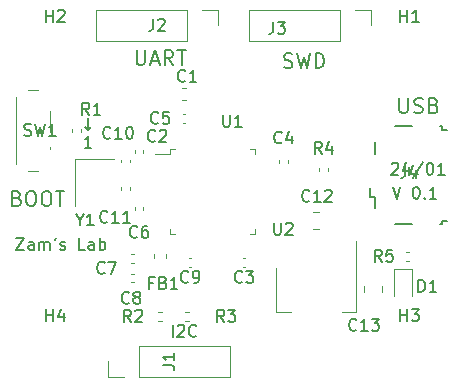
<source format=gbr>
%TF.GenerationSoftware,KiCad,Pcbnew,(6.0.10)*%
%TF.CreationDate,2024-12-04T22:05:22+05:30*%
%TF.ProjectId,STM32 Based PCB Design,53544d33-3220-4426-9173-656420504342,rev?*%
%TF.SameCoordinates,Original*%
%TF.FileFunction,Legend,Top*%
%TF.FilePolarity,Positive*%
%FSLAX46Y46*%
G04 Gerber Fmt 4.6, Leading zero omitted, Abs format (unit mm)*
G04 Created by KiCad (PCBNEW (6.0.10)) date 2024-12-04 22:05:22*
%MOMM*%
%LPD*%
G01*
G04 APERTURE LIST*
%ADD10C,0.150000*%
%ADD11C,0.200000*%
%ADD12C,0.120000*%
G04 APERTURE END LIST*
D10*
X191262000Y-85090000D02*
X191389000Y-85217000D01*
X191325500Y-85153500D02*
X191516000Y-85344000D01*
X191516000Y-84328000D02*
X191516000Y-85344000D01*
X191516000Y-85344000D02*
X191262000Y-85090000D01*
X191516000Y-85344000D02*
X191770000Y-85090000D01*
D11*
X185501571Y-91096714D02*
X185680142Y-91156238D01*
X185739666Y-91215761D01*
X185799190Y-91334809D01*
X185799190Y-91513380D01*
X185739666Y-91632428D01*
X185680142Y-91691952D01*
X185561095Y-91751476D01*
X185084904Y-91751476D01*
X185084904Y-90501476D01*
X185501571Y-90501476D01*
X185620619Y-90561000D01*
X185680142Y-90620523D01*
X185739666Y-90739571D01*
X185739666Y-90858619D01*
X185680142Y-90977666D01*
X185620619Y-91037190D01*
X185501571Y-91096714D01*
X185084904Y-91096714D01*
X186573000Y-90501476D02*
X186811095Y-90501476D01*
X186930142Y-90561000D01*
X187049190Y-90680047D01*
X187108714Y-90918142D01*
X187108714Y-91334809D01*
X187049190Y-91572904D01*
X186930142Y-91691952D01*
X186811095Y-91751476D01*
X186573000Y-91751476D01*
X186453952Y-91691952D01*
X186334904Y-91572904D01*
X186275380Y-91334809D01*
X186275380Y-90918142D01*
X186334904Y-90680047D01*
X186453952Y-90561000D01*
X186573000Y-90501476D01*
X187882523Y-90501476D02*
X188120619Y-90501476D01*
X188239666Y-90561000D01*
X188358714Y-90680047D01*
X188418238Y-90918142D01*
X188418238Y-91334809D01*
X188358714Y-91572904D01*
X188239666Y-91691952D01*
X188120619Y-91751476D01*
X187882523Y-91751476D01*
X187763476Y-91691952D01*
X187644428Y-91572904D01*
X187584904Y-91334809D01*
X187584904Y-90918142D01*
X187644428Y-90680047D01*
X187763476Y-90561000D01*
X187882523Y-90501476D01*
X188775380Y-90501476D02*
X189489666Y-90501476D01*
X189132523Y-91751476D02*
X189132523Y-90501476D01*
D10*
X217217904Y-88193619D02*
X217265523Y-88146000D01*
X217360761Y-88098380D01*
X217598857Y-88098380D01*
X217694095Y-88146000D01*
X217741714Y-88193619D01*
X217789333Y-88288857D01*
X217789333Y-88384095D01*
X217741714Y-88526952D01*
X217170285Y-89098380D01*
X217789333Y-89098380D01*
X218646476Y-88431714D02*
X218646476Y-89098380D01*
X218408380Y-88050761D02*
X218170285Y-88765047D01*
X218789333Y-88765047D01*
X219884571Y-88050761D02*
X219027428Y-89336476D01*
X220408380Y-88098380D02*
X220503619Y-88098380D01*
X220598857Y-88146000D01*
X220646476Y-88193619D01*
X220694095Y-88288857D01*
X220741714Y-88479333D01*
X220741714Y-88717428D01*
X220694095Y-88907904D01*
X220646476Y-89003142D01*
X220598857Y-89050761D01*
X220503619Y-89098380D01*
X220408380Y-89098380D01*
X220313142Y-89050761D01*
X220265523Y-89003142D01*
X220217904Y-88907904D01*
X220170285Y-88717428D01*
X220170285Y-88479333D01*
X220217904Y-88288857D01*
X220265523Y-88193619D01*
X220313142Y-88146000D01*
X220408380Y-88098380D01*
X221694095Y-89098380D02*
X221122666Y-89098380D01*
X221408380Y-89098380D02*
X221408380Y-88098380D01*
X221313142Y-88241238D01*
X221217904Y-88336476D01*
X221122666Y-88384095D01*
X198667809Y-102814380D02*
X198667809Y-101814380D01*
X199096380Y-101909619D02*
X199144000Y-101862000D01*
X199239238Y-101814380D01*
X199477333Y-101814380D01*
X199572571Y-101862000D01*
X199620190Y-101909619D01*
X199667809Y-102004857D01*
X199667809Y-102100095D01*
X199620190Y-102242952D01*
X199048761Y-102814380D01*
X199667809Y-102814380D01*
X200667809Y-102719142D02*
X200620190Y-102766761D01*
X200477333Y-102814380D01*
X200382095Y-102814380D01*
X200239238Y-102766761D01*
X200144000Y-102671523D01*
X200096380Y-102576285D01*
X200048761Y-102385809D01*
X200048761Y-102242952D01*
X200096380Y-102052476D01*
X200144000Y-101957238D01*
X200239238Y-101862000D01*
X200382095Y-101814380D01*
X200477333Y-101814380D01*
X200620190Y-101862000D01*
X200667809Y-101909619D01*
X191801714Y-86812380D02*
X191230285Y-86812380D01*
X191516000Y-86812380D02*
X191516000Y-85812380D01*
X191420761Y-85955238D01*
X191325523Y-86050476D01*
X191230285Y-86098095D01*
D11*
X208107571Y-80007952D02*
X208286142Y-80067476D01*
X208583761Y-80067476D01*
X208702809Y-80007952D01*
X208762333Y-79948428D01*
X208821857Y-79829380D01*
X208821857Y-79710333D01*
X208762333Y-79591285D01*
X208702809Y-79531761D01*
X208583761Y-79472238D01*
X208345666Y-79412714D01*
X208226619Y-79353190D01*
X208167095Y-79293666D01*
X208107571Y-79174619D01*
X208107571Y-79055571D01*
X208167095Y-78936523D01*
X208226619Y-78877000D01*
X208345666Y-78817476D01*
X208643285Y-78817476D01*
X208821857Y-78877000D01*
X209238523Y-78817476D02*
X209536142Y-80067476D01*
X209774238Y-79174619D01*
X210012333Y-80067476D01*
X210309952Y-78817476D01*
X210786142Y-80067476D02*
X210786142Y-78817476D01*
X211083761Y-78817476D01*
X211262333Y-78877000D01*
X211381380Y-78996047D01*
X211440904Y-79115095D01*
X211500428Y-79353190D01*
X211500428Y-79531761D01*
X211440904Y-79769857D01*
X211381380Y-79888904D01*
X211262333Y-80007952D01*
X211083761Y-80067476D01*
X210786142Y-80067476D01*
D10*
X217297238Y-90130380D02*
X217630571Y-91130380D01*
X217963904Y-90130380D01*
X219249619Y-90130380D02*
X219344857Y-90130380D01*
X219440095Y-90178000D01*
X219487714Y-90225619D01*
X219535333Y-90320857D01*
X219582952Y-90511333D01*
X219582952Y-90749428D01*
X219535333Y-90939904D01*
X219487714Y-91035142D01*
X219440095Y-91082761D01*
X219344857Y-91130380D01*
X219249619Y-91130380D01*
X219154380Y-91082761D01*
X219106761Y-91035142D01*
X219059142Y-90939904D01*
X219011523Y-90749428D01*
X219011523Y-90511333D01*
X219059142Y-90320857D01*
X219106761Y-90225619D01*
X219154380Y-90178000D01*
X219249619Y-90130380D01*
X220011523Y-91035142D02*
X220059142Y-91082761D01*
X220011523Y-91130380D01*
X219963904Y-91082761D01*
X220011523Y-91035142D01*
X220011523Y-91130380D01*
X221011523Y-91130380D02*
X220440095Y-91130380D01*
X220725809Y-91130380D02*
X220725809Y-90130380D01*
X220630571Y-90273238D01*
X220535333Y-90368476D01*
X220440095Y-90416095D01*
D11*
X195617952Y-78563476D02*
X195617952Y-79575380D01*
X195677476Y-79694428D01*
X195737000Y-79753952D01*
X195856047Y-79813476D01*
X196094142Y-79813476D01*
X196213190Y-79753952D01*
X196272714Y-79694428D01*
X196332238Y-79575380D01*
X196332238Y-78563476D01*
X196867952Y-79456333D02*
X197463190Y-79456333D01*
X196748904Y-79813476D02*
X197165571Y-78563476D01*
X197582238Y-79813476D01*
X198713190Y-79813476D02*
X198296523Y-79218238D01*
X197998904Y-79813476D02*
X197998904Y-78563476D01*
X198475095Y-78563476D01*
X198594142Y-78623000D01*
X198653666Y-78682523D01*
X198713190Y-78801571D01*
X198713190Y-78980142D01*
X198653666Y-79099190D01*
X198594142Y-79158714D01*
X198475095Y-79218238D01*
X197998904Y-79218238D01*
X199070333Y-78563476D02*
X199784619Y-78563476D01*
X199427476Y-79813476D02*
X199427476Y-78563476D01*
X217878619Y-82627476D02*
X217878619Y-83639380D01*
X217938142Y-83758428D01*
X217997666Y-83817952D01*
X218116714Y-83877476D01*
X218354809Y-83877476D01*
X218473857Y-83817952D01*
X218533380Y-83758428D01*
X218592904Y-83639380D01*
X218592904Y-82627476D01*
X219128619Y-83817952D02*
X219307190Y-83877476D01*
X219604809Y-83877476D01*
X219723857Y-83817952D01*
X219783380Y-83758428D01*
X219842904Y-83639380D01*
X219842904Y-83520333D01*
X219783380Y-83401285D01*
X219723857Y-83341761D01*
X219604809Y-83282238D01*
X219366714Y-83222714D01*
X219247666Y-83163190D01*
X219188142Y-83103666D01*
X219128619Y-82984619D01*
X219128619Y-82865571D01*
X219188142Y-82746523D01*
X219247666Y-82687000D01*
X219366714Y-82627476D01*
X219664333Y-82627476D01*
X219842904Y-82687000D01*
X220795285Y-83222714D02*
X220973857Y-83282238D01*
X221033380Y-83341761D01*
X221092904Y-83460809D01*
X221092904Y-83639380D01*
X221033380Y-83758428D01*
X220973857Y-83817952D01*
X220854809Y-83877476D01*
X220378619Y-83877476D01*
X220378619Y-82627476D01*
X220795285Y-82627476D01*
X220914333Y-82687000D01*
X220973857Y-82746523D01*
X221033380Y-82865571D01*
X221033380Y-82984619D01*
X220973857Y-83103666D01*
X220914333Y-83163190D01*
X220795285Y-83222714D01*
X220378619Y-83222714D01*
D10*
X185444285Y-94448380D02*
X186110952Y-94448380D01*
X185444285Y-95448380D01*
X186110952Y-95448380D01*
X186920476Y-95448380D02*
X186920476Y-94924571D01*
X186872857Y-94829333D01*
X186777619Y-94781714D01*
X186587142Y-94781714D01*
X186491904Y-94829333D01*
X186920476Y-95400761D02*
X186825238Y-95448380D01*
X186587142Y-95448380D01*
X186491904Y-95400761D01*
X186444285Y-95305523D01*
X186444285Y-95210285D01*
X186491904Y-95115047D01*
X186587142Y-95067428D01*
X186825238Y-95067428D01*
X186920476Y-95019809D01*
X187396666Y-95448380D02*
X187396666Y-94781714D01*
X187396666Y-94876952D02*
X187444285Y-94829333D01*
X187539523Y-94781714D01*
X187682380Y-94781714D01*
X187777619Y-94829333D01*
X187825238Y-94924571D01*
X187825238Y-95448380D01*
X187825238Y-94924571D02*
X187872857Y-94829333D01*
X187968095Y-94781714D01*
X188110952Y-94781714D01*
X188206190Y-94829333D01*
X188253809Y-94924571D01*
X188253809Y-95448380D01*
X188777619Y-94448380D02*
X188682380Y-94638857D01*
X189158571Y-95400761D02*
X189253809Y-95448380D01*
X189444285Y-95448380D01*
X189539523Y-95400761D01*
X189587142Y-95305523D01*
X189587142Y-95257904D01*
X189539523Y-95162666D01*
X189444285Y-95115047D01*
X189301428Y-95115047D01*
X189206190Y-95067428D01*
X189158571Y-94972190D01*
X189158571Y-94924571D01*
X189206190Y-94829333D01*
X189301428Y-94781714D01*
X189444285Y-94781714D01*
X189539523Y-94829333D01*
X191253809Y-95448380D02*
X190777619Y-95448380D01*
X190777619Y-94448380D01*
X192015714Y-95448380D02*
X192015714Y-94924571D01*
X191968095Y-94829333D01*
X191872857Y-94781714D01*
X191682380Y-94781714D01*
X191587142Y-94829333D01*
X192015714Y-95400761D02*
X191920476Y-95448380D01*
X191682380Y-95448380D01*
X191587142Y-95400761D01*
X191539523Y-95305523D01*
X191539523Y-95210285D01*
X191587142Y-95115047D01*
X191682380Y-95067428D01*
X191920476Y-95067428D01*
X192015714Y-95019809D01*
X192491904Y-95448380D02*
X192491904Y-94448380D01*
X192491904Y-94829333D02*
X192587142Y-94781714D01*
X192777619Y-94781714D01*
X192872857Y-94829333D01*
X192920476Y-94876952D01*
X192968095Y-94972190D01*
X192968095Y-95257904D01*
X192920476Y-95353142D01*
X192872857Y-95400761D01*
X192777619Y-95448380D01*
X192587142Y-95448380D01*
X192491904Y-95400761D01*
%TO.C,U1*%
X202946095Y-84034380D02*
X202946095Y-84843904D01*
X202993714Y-84939142D01*
X203041333Y-84986761D01*
X203136571Y-85034380D01*
X203327047Y-85034380D01*
X203422285Y-84986761D01*
X203469904Y-84939142D01*
X203517523Y-84843904D01*
X203517523Y-84034380D01*
X204517523Y-85034380D02*
X203946095Y-85034380D01*
X204231809Y-85034380D02*
X204231809Y-84034380D01*
X204136571Y-84177238D01*
X204041333Y-84272476D01*
X203946095Y-84320095D01*
%TO.C,J4*%
X218360666Y-88352380D02*
X218360666Y-89066666D01*
X218313047Y-89209523D01*
X218217809Y-89304761D01*
X218074952Y-89352380D01*
X217979714Y-89352380D01*
X219265428Y-88685714D02*
X219265428Y-89352380D01*
X219027333Y-88304761D02*
X218789238Y-89019047D01*
X219408285Y-89019047D01*
%TO.C,D1*%
X219479904Y-99004380D02*
X219479904Y-98004380D01*
X219718000Y-98004380D01*
X219860857Y-98052000D01*
X219956095Y-98147238D01*
X220003714Y-98242476D01*
X220051333Y-98432952D01*
X220051333Y-98575809D01*
X220003714Y-98766285D01*
X219956095Y-98861523D01*
X219860857Y-98956761D01*
X219718000Y-99004380D01*
X219479904Y-99004380D01*
X221003714Y-99004380D02*
X220432285Y-99004380D01*
X220718000Y-99004380D02*
X220718000Y-98004380D01*
X220622761Y-98147238D01*
X220527523Y-98242476D01*
X220432285Y-98290095D01*
%TO.C,C7*%
X192907333Y-97385142D02*
X192859714Y-97432761D01*
X192716857Y-97480380D01*
X192621619Y-97480380D01*
X192478761Y-97432761D01*
X192383523Y-97337523D01*
X192335904Y-97242285D01*
X192288285Y-97051809D01*
X192288285Y-96908952D01*
X192335904Y-96718476D01*
X192383523Y-96623238D01*
X192478761Y-96528000D01*
X192621619Y-96480380D01*
X192716857Y-96480380D01*
X192859714Y-96528000D01*
X192907333Y-96575619D01*
X193240666Y-96480380D02*
X193907333Y-96480380D01*
X193478761Y-97480380D01*
%TO.C,FB1*%
X197032666Y-98226571D02*
X196699333Y-98226571D01*
X196699333Y-98750380D02*
X196699333Y-97750380D01*
X197175523Y-97750380D01*
X197889809Y-98226571D02*
X198032666Y-98274190D01*
X198080285Y-98321809D01*
X198127904Y-98417047D01*
X198127904Y-98559904D01*
X198080285Y-98655142D01*
X198032666Y-98702761D01*
X197937428Y-98750380D01*
X197556476Y-98750380D01*
X197556476Y-97750380D01*
X197889809Y-97750380D01*
X197985047Y-97798000D01*
X198032666Y-97845619D01*
X198080285Y-97940857D01*
X198080285Y-98036095D01*
X198032666Y-98131333D01*
X197985047Y-98178952D01*
X197889809Y-98226571D01*
X197556476Y-98226571D01*
X199080285Y-98750380D02*
X198508857Y-98750380D01*
X198794571Y-98750380D02*
X198794571Y-97750380D01*
X198699333Y-97893238D01*
X198604095Y-97988476D01*
X198508857Y-98036095D01*
%TO.C,C9*%
X199985333Y-98147142D02*
X199937714Y-98194761D01*
X199794857Y-98242380D01*
X199699619Y-98242380D01*
X199556761Y-98194761D01*
X199461523Y-98099523D01*
X199413904Y-98004285D01*
X199366285Y-97813809D01*
X199366285Y-97670952D01*
X199413904Y-97480476D01*
X199461523Y-97385238D01*
X199556761Y-97290000D01*
X199699619Y-97242380D01*
X199794857Y-97242380D01*
X199937714Y-97290000D01*
X199985333Y-97337619D01*
X200461523Y-98242380D02*
X200652000Y-98242380D01*
X200747238Y-98194761D01*
X200794857Y-98147142D01*
X200890095Y-98004285D01*
X200937714Y-97813809D01*
X200937714Y-97432857D01*
X200890095Y-97337619D01*
X200842476Y-97290000D01*
X200747238Y-97242380D01*
X200556761Y-97242380D01*
X200461523Y-97290000D01*
X200413904Y-97337619D01*
X200366285Y-97432857D01*
X200366285Y-97670952D01*
X200413904Y-97766190D01*
X200461523Y-97813809D01*
X200556761Y-97861428D01*
X200747238Y-97861428D01*
X200842476Y-97813809D01*
X200890095Y-97766190D01*
X200937714Y-97670952D01*
%TO.C,J3*%
X207184666Y-76160380D02*
X207184666Y-76874666D01*
X207137047Y-77017523D01*
X207041809Y-77112761D01*
X206898952Y-77160380D01*
X206803714Y-77160380D01*
X207565619Y-76160380D02*
X208184666Y-76160380D01*
X207851333Y-76541333D01*
X207994190Y-76541333D01*
X208089428Y-76588952D01*
X208137047Y-76636571D01*
X208184666Y-76731809D01*
X208184666Y-76969904D01*
X208137047Y-77065142D01*
X208089428Y-77112761D01*
X207994190Y-77160380D01*
X207708476Y-77160380D01*
X207613238Y-77112761D01*
X207565619Y-77065142D01*
%TO.C,R2*%
X195140974Y-101544380D02*
X194807641Y-101068190D01*
X194569545Y-101544380D02*
X194569545Y-100544380D01*
X194950498Y-100544380D01*
X195045736Y-100592000D01*
X195093355Y-100639619D01*
X195140974Y-100734857D01*
X195140974Y-100877714D01*
X195093355Y-100972952D01*
X195045736Y-101020571D01*
X194950498Y-101068190D01*
X194569545Y-101068190D01*
X195521926Y-100639619D02*
X195569545Y-100592000D01*
X195664783Y-100544380D01*
X195902879Y-100544380D01*
X195998117Y-100592000D01*
X196045736Y-100639619D01*
X196093355Y-100734857D01*
X196093355Y-100830095D01*
X196045736Y-100972952D01*
X195474307Y-101544380D01*
X196093355Y-101544380D01*
%TO.C,C3*%
X204557333Y-98147142D02*
X204509714Y-98194761D01*
X204366857Y-98242380D01*
X204271619Y-98242380D01*
X204128761Y-98194761D01*
X204033523Y-98099523D01*
X203985904Y-98004285D01*
X203938285Y-97813809D01*
X203938285Y-97670952D01*
X203985904Y-97480476D01*
X204033523Y-97385238D01*
X204128761Y-97290000D01*
X204271619Y-97242380D01*
X204366857Y-97242380D01*
X204509714Y-97290000D01*
X204557333Y-97337619D01*
X204890666Y-97242380D02*
X205509714Y-97242380D01*
X205176380Y-97623333D01*
X205319238Y-97623333D01*
X205414476Y-97670952D01*
X205462095Y-97718571D01*
X205509714Y-97813809D01*
X205509714Y-98051904D01*
X205462095Y-98147142D01*
X205414476Y-98194761D01*
X205319238Y-98242380D01*
X205033523Y-98242380D01*
X204938285Y-98194761D01*
X204890666Y-98147142D01*
%TO.C,J1*%
X197826380Y-105235333D02*
X198540666Y-105235333D01*
X198683523Y-105282952D01*
X198778761Y-105378190D01*
X198826380Y-105521047D01*
X198826380Y-105616285D01*
X198826380Y-104235333D02*
X198826380Y-104806761D01*
X198826380Y-104521047D02*
X197826380Y-104521047D01*
X197969238Y-104616285D01*
X198064476Y-104711523D01*
X198112095Y-104806761D01*
%TO.C,H4*%
X187960095Y-101484380D02*
X187960095Y-100484380D01*
X187960095Y-100960571D02*
X188531523Y-100960571D01*
X188531523Y-101484380D02*
X188531523Y-100484380D01*
X189436285Y-100817714D02*
X189436285Y-101484380D01*
X189198190Y-100436761D02*
X188960095Y-101151047D01*
X189579142Y-101151047D01*
%TO.C,C2*%
X197191333Y-86209142D02*
X197143714Y-86256761D01*
X197000857Y-86304380D01*
X196905619Y-86304380D01*
X196762761Y-86256761D01*
X196667523Y-86161523D01*
X196619904Y-86066285D01*
X196572285Y-85875809D01*
X196572285Y-85732952D01*
X196619904Y-85542476D01*
X196667523Y-85447238D01*
X196762761Y-85352000D01*
X196905619Y-85304380D01*
X197000857Y-85304380D01*
X197143714Y-85352000D01*
X197191333Y-85399619D01*
X197572285Y-85399619D02*
X197619904Y-85352000D01*
X197715142Y-85304380D01*
X197953238Y-85304380D01*
X198048476Y-85352000D01*
X198096095Y-85399619D01*
X198143714Y-85494857D01*
X198143714Y-85590095D01*
X198096095Y-85732952D01*
X197524666Y-86304380D01*
X198143714Y-86304380D01*
%TO.C,C11*%
X193159142Y-93067142D02*
X193111523Y-93114761D01*
X192968666Y-93162380D01*
X192873428Y-93162380D01*
X192730571Y-93114761D01*
X192635333Y-93019523D01*
X192587714Y-92924285D01*
X192540095Y-92733809D01*
X192540095Y-92590952D01*
X192587714Y-92400476D01*
X192635333Y-92305238D01*
X192730571Y-92210000D01*
X192873428Y-92162380D01*
X192968666Y-92162380D01*
X193111523Y-92210000D01*
X193159142Y-92257619D01*
X194111523Y-93162380D02*
X193540095Y-93162380D01*
X193825809Y-93162380D02*
X193825809Y-92162380D01*
X193730571Y-92305238D01*
X193635333Y-92400476D01*
X193540095Y-92448095D01*
X195063904Y-93162380D02*
X194492476Y-93162380D01*
X194778190Y-93162380D02*
X194778190Y-92162380D01*
X194682952Y-92305238D01*
X194587714Y-92400476D01*
X194492476Y-92448095D01*
%TO.C,R5*%
X216369333Y-96464380D02*
X216036000Y-95988190D01*
X215797904Y-96464380D02*
X215797904Y-95464380D01*
X216178857Y-95464380D01*
X216274095Y-95512000D01*
X216321714Y-95559619D01*
X216369333Y-95654857D01*
X216369333Y-95797714D01*
X216321714Y-95892952D01*
X216274095Y-95940571D01*
X216178857Y-95988190D01*
X215797904Y-95988190D01*
X217274095Y-95464380D02*
X216797904Y-95464380D01*
X216750285Y-95940571D01*
X216797904Y-95892952D01*
X216893142Y-95845333D01*
X217131238Y-95845333D01*
X217226476Y-95892952D01*
X217274095Y-95940571D01*
X217321714Y-96035809D01*
X217321714Y-96273904D01*
X217274095Y-96369142D01*
X217226476Y-96416761D01*
X217131238Y-96464380D01*
X216893142Y-96464380D01*
X216797904Y-96416761D01*
X216750285Y-96369142D01*
%TO.C,C8*%
X194971333Y-99925142D02*
X194923714Y-99972761D01*
X194780857Y-100020380D01*
X194685619Y-100020380D01*
X194542761Y-99972761D01*
X194447523Y-99877523D01*
X194399904Y-99782285D01*
X194352285Y-99591809D01*
X194352285Y-99448952D01*
X194399904Y-99258476D01*
X194447523Y-99163238D01*
X194542761Y-99068000D01*
X194685619Y-99020380D01*
X194780857Y-99020380D01*
X194923714Y-99068000D01*
X194971333Y-99115619D01*
X195542761Y-99448952D02*
X195447523Y-99401333D01*
X195399904Y-99353714D01*
X195352285Y-99258476D01*
X195352285Y-99210857D01*
X195399904Y-99115619D01*
X195447523Y-99068000D01*
X195542761Y-99020380D01*
X195733238Y-99020380D01*
X195828476Y-99068000D01*
X195876095Y-99115619D01*
X195923714Y-99210857D01*
X195923714Y-99258476D01*
X195876095Y-99353714D01*
X195828476Y-99401333D01*
X195733238Y-99448952D01*
X195542761Y-99448952D01*
X195447523Y-99496571D01*
X195399904Y-99544190D01*
X195352285Y-99639428D01*
X195352285Y-99829904D01*
X195399904Y-99925142D01*
X195447523Y-99972761D01*
X195542761Y-100020380D01*
X195733238Y-100020380D01*
X195828476Y-99972761D01*
X195876095Y-99925142D01*
X195923714Y-99829904D01*
X195923714Y-99639428D01*
X195876095Y-99544190D01*
X195828476Y-99496571D01*
X195733238Y-99448952D01*
%TO.C,C12*%
X210243142Y-91289142D02*
X210195523Y-91336761D01*
X210052666Y-91384380D01*
X209957428Y-91384380D01*
X209814571Y-91336761D01*
X209719333Y-91241523D01*
X209671714Y-91146285D01*
X209624095Y-90955809D01*
X209624095Y-90812952D01*
X209671714Y-90622476D01*
X209719333Y-90527238D01*
X209814571Y-90432000D01*
X209957428Y-90384380D01*
X210052666Y-90384380D01*
X210195523Y-90432000D01*
X210243142Y-90479619D01*
X211195523Y-91384380D02*
X210624095Y-91384380D01*
X210909809Y-91384380D02*
X210909809Y-90384380D01*
X210814571Y-90527238D01*
X210719333Y-90622476D01*
X210624095Y-90670095D01*
X211576476Y-90479619D02*
X211624095Y-90432000D01*
X211719333Y-90384380D01*
X211957428Y-90384380D01*
X212052666Y-90432000D01*
X212100285Y-90479619D01*
X212147904Y-90574857D01*
X212147904Y-90670095D01*
X212100285Y-90812952D01*
X211528857Y-91384380D01*
X212147904Y-91384380D01*
%TO.C,C1*%
X199731333Y-81129142D02*
X199683714Y-81176761D01*
X199540857Y-81224380D01*
X199445619Y-81224380D01*
X199302761Y-81176761D01*
X199207523Y-81081523D01*
X199159904Y-80986285D01*
X199112285Y-80795809D01*
X199112285Y-80652952D01*
X199159904Y-80462476D01*
X199207523Y-80367238D01*
X199302761Y-80272000D01*
X199445619Y-80224380D01*
X199540857Y-80224380D01*
X199683714Y-80272000D01*
X199731333Y-80319619D01*
X200683714Y-81224380D02*
X200112285Y-81224380D01*
X200398000Y-81224380D02*
X200398000Y-80224380D01*
X200302761Y-80367238D01*
X200207523Y-80462476D01*
X200112285Y-80510095D01*
%TO.C,R4*%
X211287333Y-87320380D02*
X210954000Y-86844190D01*
X210715904Y-87320380D02*
X210715904Y-86320380D01*
X211096857Y-86320380D01*
X211192095Y-86368000D01*
X211239714Y-86415619D01*
X211287333Y-86510857D01*
X211287333Y-86653714D01*
X211239714Y-86748952D01*
X211192095Y-86796571D01*
X211096857Y-86844190D01*
X210715904Y-86844190D01*
X212144476Y-86653714D02*
X212144476Y-87320380D01*
X211906380Y-86272761D02*
X211668285Y-86987047D01*
X212287333Y-86987047D01*
%TO.C,C4*%
X207907333Y-86357142D02*
X207859714Y-86404761D01*
X207716857Y-86452380D01*
X207621619Y-86452380D01*
X207478761Y-86404761D01*
X207383523Y-86309523D01*
X207335904Y-86214285D01*
X207288285Y-86023809D01*
X207288285Y-85880952D01*
X207335904Y-85690476D01*
X207383523Y-85595238D01*
X207478761Y-85500000D01*
X207621619Y-85452380D01*
X207716857Y-85452380D01*
X207859714Y-85500000D01*
X207907333Y-85547619D01*
X208764476Y-85785714D02*
X208764476Y-86452380D01*
X208526380Y-85404761D02*
X208288285Y-86119047D01*
X208907333Y-86119047D01*
%TO.C,C6*%
X195667333Y-94337142D02*
X195619714Y-94384761D01*
X195476857Y-94432380D01*
X195381619Y-94432380D01*
X195238761Y-94384761D01*
X195143523Y-94289523D01*
X195095904Y-94194285D01*
X195048285Y-94003809D01*
X195048285Y-93860952D01*
X195095904Y-93670476D01*
X195143523Y-93575238D01*
X195238761Y-93480000D01*
X195381619Y-93432380D01*
X195476857Y-93432380D01*
X195619714Y-93480000D01*
X195667333Y-93527619D01*
X196524476Y-93432380D02*
X196334000Y-93432380D01*
X196238761Y-93480000D01*
X196191142Y-93527619D01*
X196095904Y-93670476D01*
X196048285Y-93860952D01*
X196048285Y-94241904D01*
X196095904Y-94337142D01*
X196143523Y-94384761D01*
X196238761Y-94432380D01*
X196429238Y-94432380D01*
X196524476Y-94384761D01*
X196572095Y-94337142D01*
X196619714Y-94241904D01*
X196619714Y-94003809D01*
X196572095Y-93908571D01*
X196524476Y-93860952D01*
X196429238Y-93813333D01*
X196238761Y-93813333D01*
X196143523Y-93860952D01*
X196095904Y-93908571D01*
X196048285Y-94003809D01*
%TO.C,SW1*%
X186118666Y-85748761D02*
X186261523Y-85796380D01*
X186499619Y-85796380D01*
X186594857Y-85748761D01*
X186642476Y-85701142D01*
X186690095Y-85605904D01*
X186690095Y-85510666D01*
X186642476Y-85415428D01*
X186594857Y-85367809D01*
X186499619Y-85320190D01*
X186309142Y-85272571D01*
X186213904Y-85224952D01*
X186166285Y-85177333D01*
X186118666Y-85082095D01*
X186118666Y-84986857D01*
X186166285Y-84891619D01*
X186213904Y-84844000D01*
X186309142Y-84796380D01*
X186547238Y-84796380D01*
X186690095Y-84844000D01*
X187023428Y-84796380D02*
X187261523Y-85796380D01*
X187452000Y-85082095D01*
X187642476Y-85796380D01*
X187880571Y-84796380D01*
X188785333Y-85796380D02*
X188213904Y-85796380D01*
X188499619Y-85796380D02*
X188499619Y-84796380D01*
X188404380Y-84939238D01*
X188309142Y-85034476D01*
X188213904Y-85082095D01*
%TO.C,C10*%
X193413142Y-85955142D02*
X193365523Y-86002761D01*
X193222666Y-86050380D01*
X193127428Y-86050380D01*
X192984571Y-86002761D01*
X192889333Y-85907523D01*
X192841714Y-85812285D01*
X192794095Y-85621809D01*
X192794095Y-85478952D01*
X192841714Y-85288476D01*
X192889333Y-85193238D01*
X192984571Y-85098000D01*
X193127428Y-85050380D01*
X193222666Y-85050380D01*
X193365523Y-85098000D01*
X193413142Y-85145619D01*
X194365523Y-86050380D02*
X193794095Y-86050380D01*
X194079809Y-86050380D02*
X194079809Y-85050380D01*
X193984571Y-85193238D01*
X193889333Y-85288476D01*
X193794095Y-85336095D01*
X194984571Y-85050380D02*
X195079809Y-85050380D01*
X195175047Y-85098000D01*
X195222666Y-85145619D01*
X195270285Y-85240857D01*
X195317904Y-85431333D01*
X195317904Y-85669428D01*
X195270285Y-85859904D01*
X195222666Y-85955142D01*
X195175047Y-86002761D01*
X195079809Y-86050380D01*
X194984571Y-86050380D01*
X194889333Y-86002761D01*
X194841714Y-85955142D01*
X194794095Y-85859904D01*
X194746476Y-85669428D01*
X194746476Y-85431333D01*
X194794095Y-85240857D01*
X194841714Y-85145619D01*
X194889333Y-85098000D01*
X194984571Y-85050380D01*
%TO.C,C5*%
X197445333Y-84685142D02*
X197397714Y-84732761D01*
X197254857Y-84780380D01*
X197159619Y-84780380D01*
X197016761Y-84732761D01*
X196921523Y-84637523D01*
X196873904Y-84542285D01*
X196826285Y-84351809D01*
X196826285Y-84208952D01*
X196873904Y-84018476D01*
X196921523Y-83923238D01*
X197016761Y-83828000D01*
X197159619Y-83780380D01*
X197254857Y-83780380D01*
X197397714Y-83828000D01*
X197445333Y-83875619D01*
X198350095Y-83780380D02*
X197873904Y-83780380D01*
X197826285Y-84256571D01*
X197873904Y-84208952D01*
X197969142Y-84161333D01*
X198207238Y-84161333D01*
X198302476Y-84208952D01*
X198350095Y-84256571D01*
X198397714Y-84351809D01*
X198397714Y-84589904D01*
X198350095Y-84685142D01*
X198302476Y-84732761D01*
X198207238Y-84780380D01*
X197969142Y-84780380D01*
X197873904Y-84732761D01*
X197826285Y-84685142D01*
%TO.C,R3*%
X203033333Y-101544380D02*
X202700000Y-101068190D01*
X202461904Y-101544380D02*
X202461904Y-100544380D01*
X202842857Y-100544380D01*
X202938095Y-100592000D01*
X202985714Y-100639619D01*
X203033333Y-100734857D01*
X203033333Y-100877714D01*
X202985714Y-100972952D01*
X202938095Y-101020571D01*
X202842857Y-101068190D01*
X202461904Y-101068190D01*
X203366666Y-100544380D02*
X203985714Y-100544380D01*
X203652380Y-100925333D01*
X203795238Y-100925333D01*
X203890476Y-100972952D01*
X203938095Y-101020571D01*
X203985714Y-101115809D01*
X203985714Y-101353904D01*
X203938095Y-101449142D01*
X203890476Y-101496761D01*
X203795238Y-101544380D01*
X203509523Y-101544380D01*
X203414285Y-101496761D01*
X203366666Y-101449142D01*
%TO.C,R1*%
X191603333Y-84018380D02*
X191270000Y-83542190D01*
X191031904Y-84018380D02*
X191031904Y-83018380D01*
X191412857Y-83018380D01*
X191508095Y-83066000D01*
X191555714Y-83113619D01*
X191603333Y-83208857D01*
X191603333Y-83351714D01*
X191555714Y-83446952D01*
X191508095Y-83494571D01*
X191412857Y-83542190D01*
X191031904Y-83542190D01*
X192555714Y-84018380D02*
X191984285Y-84018380D01*
X192270000Y-84018380D02*
X192270000Y-83018380D01*
X192174761Y-83161238D01*
X192079523Y-83256476D01*
X191984285Y-83304095D01*
%TO.C,U2*%
X207264095Y-93178380D02*
X207264095Y-93987904D01*
X207311714Y-94083142D01*
X207359333Y-94130761D01*
X207454571Y-94178380D01*
X207645047Y-94178380D01*
X207740285Y-94130761D01*
X207787904Y-94083142D01*
X207835523Y-93987904D01*
X207835523Y-93178380D01*
X208264095Y-93273619D02*
X208311714Y-93226000D01*
X208406952Y-93178380D01*
X208645047Y-93178380D01*
X208740285Y-93226000D01*
X208787904Y-93273619D01*
X208835523Y-93368857D01*
X208835523Y-93464095D01*
X208787904Y-93606952D01*
X208216476Y-94178380D01*
X208835523Y-94178380D01*
%TO.C,H3*%
X217960095Y-101484380D02*
X217960095Y-100484380D01*
X217960095Y-100960571D02*
X218531523Y-100960571D01*
X218531523Y-101484380D02*
X218531523Y-100484380D01*
X218912476Y-100484380D02*
X219531523Y-100484380D01*
X219198190Y-100865333D01*
X219341047Y-100865333D01*
X219436285Y-100912952D01*
X219483904Y-100960571D01*
X219531523Y-101055809D01*
X219531523Y-101293904D01*
X219483904Y-101389142D01*
X219436285Y-101436761D01*
X219341047Y-101484380D01*
X219055333Y-101484380D01*
X218960095Y-101436761D01*
X218912476Y-101389142D01*
%TO.C,Y1*%
X190801809Y-92910190D02*
X190801809Y-93386380D01*
X190468476Y-92386380D02*
X190801809Y-92910190D01*
X191135142Y-92386380D01*
X191992285Y-93386380D02*
X191420857Y-93386380D01*
X191706571Y-93386380D02*
X191706571Y-92386380D01*
X191611333Y-92529238D01*
X191516095Y-92624476D01*
X191420857Y-92672095D01*
%TO.C,J2*%
X197024666Y-75906380D02*
X197024666Y-76620666D01*
X196977047Y-76763523D01*
X196881809Y-76858761D01*
X196738952Y-76906380D01*
X196643714Y-76906380D01*
X197453238Y-76001619D02*
X197500857Y-75954000D01*
X197596095Y-75906380D01*
X197834190Y-75906380D01*
X197929428Y-75954000D01*
X197977047Y-76001619D01*
X198024666Y-76096857D01*
X198024666Y-76192095D01*
X197977047Y-76334952D01*
X197405619Y-76906380D01*
X198024666Y-76906380D01*
%TO.C,H1*%
X217960095Y-76144380D02*
X217960095Y-75144380D01*
X217960095Y-75620571D02*
X218531523Y-75620571D01*
X218531523Y-76144380D02*
X218531523Y-75144380D01*
X219531523Y-76144380D02*
X218960095Y-76144380D01*
X219245809Y-76144380D02*
X219245809Y-75144380D01*
X219150571Y-75287238D01*
X219055333Y-75382476D01*
X218960095Y-75430095D01*
%TO.C,H2*%
X187960095Y-76144380D02*
X187960095Y-75144380D01*
X187960095Y-75620571D02*
X188531523Y-75620571D01*
X188531523Y-76144380D02*
X188531523Y-75144380D01*
X188960095Y-75239619D02*
X189007714Y-75192000D01*
X189102952Y-75144380D01*
X189341047Y-75144380D01*
X189436285Y-75192000D01*
X189483904Y-75239619D01*
X189531523Y-75334857D01*
X189531523Y-75430095D01*
X189483904Y-75572952D01*
X188912476Y-76144380D01*
X189531523Y-76144380D01*
%TO.C,C13*%
X214241142Y-102211142D02*
X214193523Y-102258761D01*
X214050666Y-102306380D01*
X213955428Y-102306380D01*
X213812571Y-102258761D01*
X213717333Y-102163523D01*
X213669714Y-102068285D01*
X213622095Y-101877809D01*
X213622095Y-101734952D01*
X213669714Y-101544476D01*
X213717333Y-101449238D01*
X213812571Y-101354000D01*
X213955428Y-101306380D01*
X214050666Y-101306380D01*
X214193523Y-101354000D01*
X214241142Y-101401619D01*
X215193523Y-102306380D02*
X214622095Y-102306380D01*
X214907809Y-102306380D02*
X214907809Y-101306380D01*
X214812571Y-101449238D01*
X214717333Y-101544476D01*
X214622095Y-101592095D01*
X215526857Y-101306380D02*
X216145904Y-101306380D01*
X215812571Y-101687333D01*
X215955428Y-101687333D01*
X216050666Y-101734952D01*
X216098285Y-101782571D01*
X216145904Y-101877809D01*
X216145904Y-102115904D01*
X216098285Y-102211142D01*
X216050666Y-102258761D01*
X215955428Y-102306380D01*
X215669714Y-102306380D01*
X215574476Y-102258761D01*
X215526857Y-102211142D01*
D12*
%TO.C,U1*%
X198914000Y-86890000D02*
X198464000Y-86890000D01*
X198464000Y-86890000D02*
X198464000Y-87340000D01*
X205684000Y-94110000D02*
X205684000Y-93660000D01*
X198464000Y-87340000D02*
X197174000Y-87340000D01*
X198464000Y-94110000D02*
X198464000Y-93660000D01*
X198914000Y-94110000D02*
X198464000Y-94110000D01*
X205234000Y-94110000D02*
X205684000Y-94110000D01*
X205234000Y-86890000D02*
X205684000Y-86890000D01*
X205684000Y-86890000D02*
X205684000Y-87340000D01*
D10*
%TO.C,J4*%
X215361000Y-90229000D02*
X215361000Y-90954000D01*
X221336000Y-93304000D02*
X221486000Y-93304000D01*
X215786000Y-87354000D02*
X215786000Y-86354000D01*
X217536000Y-93304000D02*
X218936000Y-93304000D01*
X221486000Y-93004000D02*
X221936000Y-93004000D01*
X215786000Y-90954000D02*
X215786000Y-91954000D01*
X221486000Y-93304000D02*
X221486000Y-93004000D01*
X221936000Y-85304000D02*
X221486000Y-85304000D01*
X218936000Y-85004000D02*
X217536000Y-85004000D01*
X215361000Y-90954000D02*
X215786000Y-90954000D01*
X221486000Y-85004000D02*
X221336000Y-85004000D01*
X221486000Y-85304000D02*
X221486000Y-85004000D01*
D12*
%TO.C,D1*%
X218921000Y-97067000D02*
X217451000Y-97067000D01*
X218921000Y-99352000D02*
X218921000Y-97067000D01*
X217451000Y-97067000D02*
X217451000Y-99352000D01*
%TO.C,C7*%
X195397508Y-96546000D02*
X195181836Y-96546000D01*
X195397508Y-95826000D02*
X195181836Y-95826000D01*
%TO.C,FB1*%
X197064000Y-95837221D02*
X197064000Y-96162779D01*
X198084000Y-95837221D02*
X198084000Y-96162779D01*
%TO.C,C9*%
X200044164Y-96880000D02*
X200259836Y-96880000D01*
X200044164Y-96160000D02*
X200259836Y-96160000D01*
%TO.C,J3*%
X214112000Y-75124000D02*
X215442000Y-75124000D01*
X212842000Y-77784000D02*
X205162000Y-77784000D01*
X205162000Y-75124000D02*
X205162000Y-77784000D01*
X212842000Y-75124000D02*
X212842000Y-77784000D01*
X212842000Y-75124000D02*
X205162000Y-75124000D01*
X215442000Y-75124000D02*
X215442000Y-76454000D01*
%TO.C,R2*%
X197765641Y-101472000D02*
X197458359Y-101472000D01*
X197765641Y-100712000D02*
X197458359Y-100712000D01*
%TO.C,C3*%
X204831836Y-96880000D02*
X204616164Y-96880000D01*
X204831836Y-96160000D02*
X204616164Y-96160000D01*
%TO.C,J1*%
X195844000Y-106232000D02*
X203524000Y-106232000D01*
X203524000Y-106232000D02*
X203524000Y-103572000D01*
X194574000Y-106232000D02*
X193244000Y-106232000D01*
X195844000Y-103572000D02*
X203524000Y-103572000D01*
X193244000Y-106232000D02*
X193244000Y-104902000D01*
X195844000Y-106232000D02*
X195844000Y-103572000D01*
%TO.C,C2*%
X196194000Y-87229836D02*
X196194000Y-87014164D01*
X195474000Y-87229836D02*
X195474000Y-87014164D01*
%TO.C,C11*%
X195030000Y-90377836D02*
X195030000Y-90162164D01*
X194310000Y-90377836D02*
X194310000Y-90162164D01*
%TO.C,R5*%
X218414359Y-95632000D02*
X218721641Y-95632000D01*
X218414359Y-96392000D02*
X218721641Y-96392000D01*
%TO.C,C8*%
X195397508Y-98186000D02*
X195181836Y-98186000D01*
X195397508Y-97466000D02*
X195181836Y-97466000D01*
%TO.C,C12*%
X210558748Y-93699000D02*
X211081252Y-93699000D01*
X210558748Y-92229000D02*
X211081252Y-92229000D01*
%TO.C,C1*%
X199503420Y-82806000D02*
X199784580Y-82806000D01*
X199503420Y-81786000D02*
X199784580Y-81786000D01*
%TO.C,R4*%
X211074000Y-88492359D02*
X211074000Y-88799641D01*
X211834000Y-88492359D02*
X211834000Y-88799641D01*
%TO.C,C4*%
X208434000Y-87892164D02*
X208434000Y-88107836D01*
X207714000Y-87892164D02*
X207714000Y-88107836D01*
%TO.C,C6*%
X196194000Y-92055836D02*
X196194000Y-91840164D01*
X195474000Y-92055836D02*
X195474000Y-91840164D01*
%TO.C,SW1*%
X186445000Y-88794000D02*
X187235000Y-88794000D01*
X185435000Y-82494000D02*
X185435000Y-88194000D01*
X188285000Y-83744000D02*
X188285000Y-85444000D01*
X187235000Y-81894000D02*
X186445000Y-81894000D01*
X188285000Y-86744000D02*
X188285000Y-86944000D01*
%TO.C,C10*%
X195030000Y-88063836D02*
X195030000Y-87848164D01*
X194310000Y-88063836D02*
X194310000Y-87848164D01*
%TO.C,C5*%
X199536164Y-83968000D02*
X199751836Y-83968000D01*
X199536164Y-84688000D02*
X199751836Y-84688000D01*
%TO.C,R3*%
X199744359Y-100712000D02*
X200051641Y-100712000D01*
X199744359Y-101472000D02*
X200051641Y-101472000D01*
%TO.C,R1*%
X190880000Y-85497641D02*
X190880000Y-85190359D01*
X190120000Y-85497641D02*
X190120000Y-85190359D01*
%TO.C,U2*%
X207415846Y-97004000D02*
X207415846Y-100764000D01*
X214235846Y-100764000D02*
X212975846Y-100764000D01*
X214235846Y-94754000D02*
X214235846Y-100764000D01*
X207415846Y-100764000D02*
X208675846Y-100764000D01*
%TO.C,Y1*%
X193674000Y-87746000D02*
X190374000Y-87746000D01*
X190374000Y-87746000D02*
X190374000Y-91746000D01*
%TO.C,J2*%
X192208000Y-75124000D02*
X192208000Y-77784000D01*
X199888000Y-77784000D02*
X192208000Y-77784000D01*
X201158000Y-75124000D02*
X202488000Y-75124000D01*
X199888000Y-75124000D02*
X199888000Y-77784000D01*
X199888000Y-75124000D02*
X192208000Y-75124000D01*
X202488000Y-75124000D02*
X202488000Y-76454000D01*
%TO.C,C13*%
X216381000Y-99067252D02*
X216381000Y-98544748D01*
X214911000Y-99067252D02*
X214911000Y-98544748D01*
%TD*%
M02*

</source>
